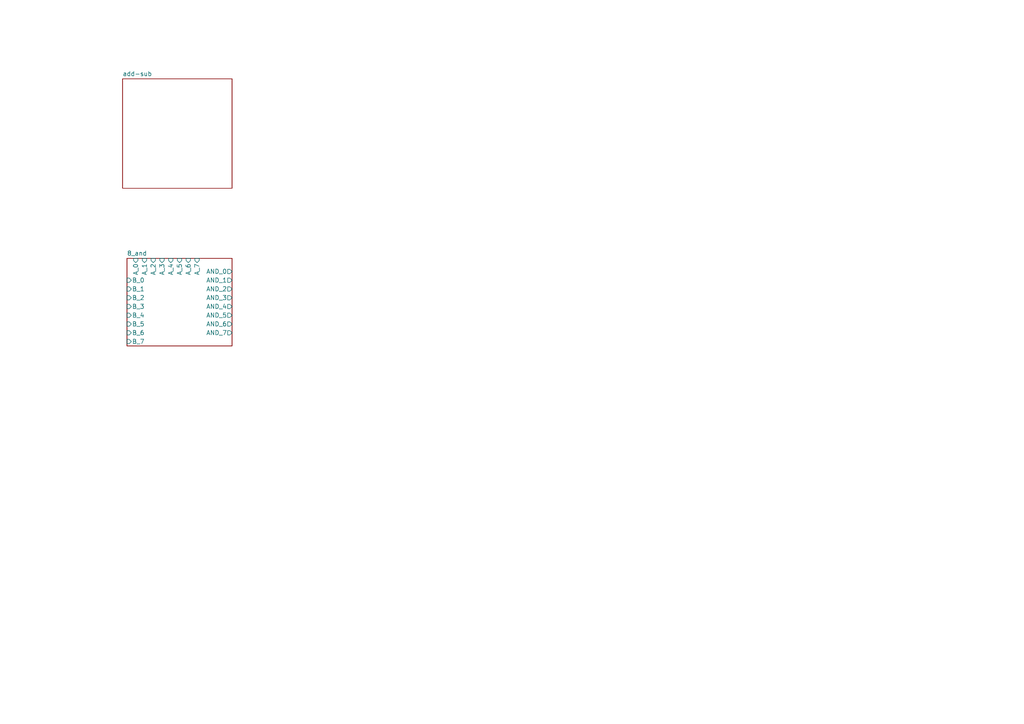
<source format=kicad_sch>
(kicad_sch
	(version 20250114)
	(generator "eeschema")
	(generator_version "9.0")
	(uuid "3aacef8e-e4d9-474c-bbb9-dab5749c488a")
	(paper "A4")
	(lib_symbols)
	(sheet
		(at 36.83 74.93)
		(size 30.48 25.4)
		(exclude_from_sim no)
		(in_bom yes)
		(on_board yes)
		(dnp no)
		(fields_autoplaced yes)
		(stroke
			(width 0.1524)
			(type solid)
		)
		(fill
			(color 0 0 0 0.0000)
		)
		(uuid "00aacb83-8589-458a-a308-b93af70a93bf")
		(property "Sheetname" "8_and"
			(at 36.83 74.2184 0)
			(effects
				(font
					(size 1.27 1.27)
				)
				(justify left bottom)
			)
		)
		(property "Sheetfile" "../8-bit-and/8-bit-and.kicad_sch"
			(at 36.83 100.9146 0)
			(effects
				(font
					(size 1.27 1.27)
				)
				(justify left top)
				(hide yes)
			)
		)
		(pin "AND_3" output
			(at 67.31 86.36 0)
			(uuid "bd87e310-1b6e-4f21-8728-b14e3441c38a")
			(effects
				(font
					(size 1.27 1.27)
				)
				(justify right)
			)
		)
		(pin "AND_4" output
			(at 67.31 88.9 0)
			(uuid "a4182324-cc97-43bf-b1fd-8deee243dff2")
			(effects
				(font
					(size 1.27 1.27)
				)
				(justify right)
			)
		)
		(pin "AND_2" output
			(at 67.31 83.82 0)
			(uuid "5ca026c5-e1d5-4d83-a51c-2f77b30204c2")
			(effects
				(font
					(size 1.27 1.27)
				)
				(justify right)
			)
		)
		(pin "A_7" input
			(at 57.15 74.93 90)
			(uuid "e13d4cff-8fa6-42c4-9975-405950449204")
			(effects
				(font
					(size 1.27 1.27)
				)
				(justify right)
			)
		)
		(pin "A_0" input
			(at 39.37 74.93 90)
			(uuid "f888ff63-5373-45e4-a57c-82a581e9e98d")
			(effects
				(font
					(size 1.27 1.27)
				)
				(justify right)
			)
		)
		(pin "A_4" input
			(at 49.53 74.93 90)
			(uuid "238922ec-ded5-4e06-891d-bdc69ca384d2")
			(effects
				(font
					(size 1.27 1.27)
				)
				(justify right)
			)
		)
		(pin "A_6" input
			(at 54.61 74.93 90)
			(uuid "fe14d91c-f773-424e-8142-3e6bff1a6cb3")
			(effects
				(font
					(size 1.27 1.27)
				)
				(justify right)
			)
		)
		(pin "A_3" input
			(at 46.99 74.93 90)
			(uuid "12dac1a6-ea93-480f-b9dc-e09b4a235b4d")
			(effects
				(font
					(size 1.27 1.27)
				)
				(justify right)
			)
		)
		(pin "AND_0" output
			(at 67.31 78.74 0)
			(uuid "97f851c3-9d4d-4b2d-9d06-37b152ce393f")
			(effects
				(font
					(size 1.27 1.27)
				)
				(justify right)
			)
		)
		(pin "AND_1" output
			(at 67.31 81.28 0)
			(uuid "1b00dc78-cf6b-4275-b846-5dc15fe5b4b5")
			(effects
				(font
					(size 1.27 1.27)
				)
				(justify right)
			)
		)
		(pin "B_7" input
			(at 36.83 99.06 180)
			(uuid "f3428dc9-bf92-4de8-8b96-cb017adde2c0")
			(effects
				(font
					(size 1.27 1.27)
				)
				(justify left)
			)
		)
		(pin "A_5" input
			(at 52.07 74.93 90)
			(uuid "b24fb41c-609c-4526-94e2-f1e5f111406d")
			(effects
				(font
					(size 1.27 1.27)
				)
				(justify right)
			)
		)
		(pin "AND_7" output
			(at 67.31 96.52 0)
			(uuid "13fb27bf-37e0-4f19-9704-d7f9eee93b20")
			(effects
				(font
					(size 1.27 1.27)
				)
				(justify right)
			)
		)
		(pin "AND_6" output
			(at 67.31 93.98 0)
			(uuid "1ec00917-c37f-4a86-b4d9-f299389594e4")
			(effects
				(font
					(size 1.27 1.27)
				)
				(justify right)
			)
		)
		(pin "B_4" input
			(at 36.83 91.44 180)
			(uuid "550bd8c8-9d2c-4c95-9756-bb771785d9fe")
			(effects
				(font
					(size 1.27 1.27)
				)
				(justify left)
			)
		)
		(pin "A_2" input
			(at 44.45 74.93 90)
			(uuid "a13be97e-79de-4b41-b766-e4f71a8ed412")
			(effects
				(font
					(size 1.27 1.27)
				)
				(justify right)
			)
		)
		(pin "B_6" input
			(at 36.83 96.52 180)
			(uuid "460ffe88-b122-4231-a64e-378545bc8452")
			(effects
				(font
					(size 1.27 1.27)
				)
				(justify left)
			)
		)
		(pin "B_3" input
			(at 36.83 88.9 180)
			(uuid "5abd5c18-c234-4230-bf67-64f5b6ee7697")
			(effects
				(font
					(size 1.27 1.27)
				)
				(justify left)
			)
		)
		(pin "B_2" input
			(at 36.83 86.36 180)
			(uuid "ddd2b94f-23ce-49a5-8fbf-cb0f1ea7ab80")
			(effects
				(font
					(size 1.27 1.27)
				)
				(justify left)
			)
		)
		(pin "A_1" input
			(at 41.91 74.93 90)
			(uuid "da2601d0-946f-4b63-91e2-9cec8e2ec0ee")
			(effects
				(font
					(size 1.27 1.27)
				)
				(justify right)
			)
		)
		(pin "AND_5" output
			(at 67.31 91.44 0)
			(uuid "7d2a1d6e-bfca-488e-a7fc-4263f387faad")
			(effects
				(font
					(size 1.27 1.27)
				)
				(justify right)
			)
		)
		(pin "B_0" input
			(at 36.83 81.28 180)
			(uuid "5e9ba76b-07d5-4df8-85bc-5ffb9e36ef76")
			(effects
				(font
					(size 1.27 1.27)
				)
				(justify left)
			)
		)
		(pin "B_5" input
			(at 36.83 93.98 180)
			(uuid "dc757a70-efa6-42e3-a7e1-8a0c77b94d04")
			(effects
				(font
					(size 1.27 1.27)
				)
				(justify left)
			)
		)
		(pin "B_1" input
			(at 36.83 83.82 180)
			(uuid "98787748-16a1-4905-b28b-0463c108b226")
			(effects
				(font
					(size 1.27 1.27)
				)
				(justify left)
			)
		)
		(instances
			(project "master-alu"
				(path "/3aacef8e-e4d9-474c-bbb9-dab5749c488a"
					(page "31")
				)
			)
		)
	)
	(sheet
		(at 35.56 22.86)
		(size 31.75 31.75)
		(exclude_from_sim no)
		(in_bom yes)
		(on_board yes)
		(dnp no)
		(fields_autoplaced yes)
		(stroke
			(width 0.1524)
			(type solid)
		)
		(fill
			(color 0 0 0 0.0000)
		)
		(uuid "67e1ca7f-32cf-4790-a497-b2e72f19d576")
		(property "Sheetname" "add-sub"
			(at 35.56 22.1484 0)
			(effects
				(font
					(size 1.27 1.27)
				)
				(justify left bottom)
			)
		)
		(property "Sheetfile" "../8-bit-full-adder/8-bit-full-adder.kicad_sch"
			(at 35.56 55.1946 0)
			(effects
				(font
					(size 1.27 1.27)
				)
				(justify left top)
				(hide yes)
			)
		)
		(instances
			(project "master-alu"
				(path "/3aacef8e-e4d9-474c-bbb9-dab5749c488a"
					(page "11")
				)
			)
		)
	)
	(sheet_instances
		(path "/"
			(page "1")
		)
	)
	(embedded_fonts no)
)

</source>
